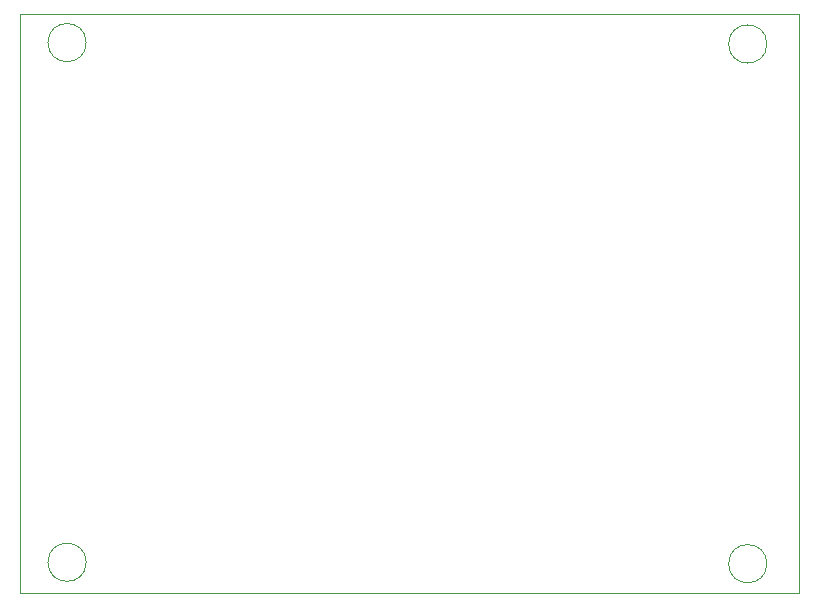
<source format=gm1>
G04 #@! TF.GenerationSoftware,KiCad,Pcbnew,9.0.2*
G04 #@! TF.CreationDate,2025-07-30T12:20:49-07:00*
G04 #@! TF.ProjectId,fsrPrototype3,66737250-726f-4746-9f74-797065332e6b,rev?*
G04 #@! TF.SameCoordinates,Original*
G04 #@! TF.FileFunction,Profile,NP*
%FSLAX46Y46*%
G04 Gerber Fmt 4.6, Leading zero omitted, Abs format (unit mm)*
G04 Created by KiCad (PCBNEW 9.0.2) date 2025-07-30 12:20:49*
%MOMM*%
%LPD*%
G01*
G04 APERTURE LIST*
G04 #@! TA.AperFunction,Profile*
%ADD10C,0.050000*%
G04 #@! TD*
G04 APERTURE END LIST*
D10*
X142250000Y-42500000D02*
G75*
G02*
X139012704Y-42500000I-1618648J0D01*
G01*
X139012704Y-42500000D02*
G75*
G02*
X142250000Y-42500000I1618648J0D01*
G01*
X79000000Y-89000000D02*
X145000000Y-89000000D01*
X79000000Y-40000000D02*
X79000000Y-89000000D01*
X84618648Y-86381352D02*
G75*
G02*
X81381352Y-86381352I-1618648J0D01*
G01*
X81381352Y-86381352D02*
G75*
G02*
X84618648Y-86381352I1618648J0D01*
G01*
X145000000Y-40000000D02*
X79000000Y-40000000D01*
X142250000Y-86500000D02*
G75*
G02*
X139012704Y-86500000I-1618648J0D01*
G01*
X139012704Y-86500000D02*
G75*
G02*
X142250000Y-86500000I1618648J0D01*
G01*
X84618648Y-42381352D02*
G75*
G02*
X81381352Y-42381352I-1618648J0D01*
G01*
X81381352Y-42381352D02*
G75*
G02*
X84618648Y-42381352I1618648J0D01*
G01*
X145000000Y-89000000D02*
X145000000Y-40000000D01*
M02*

</source>
